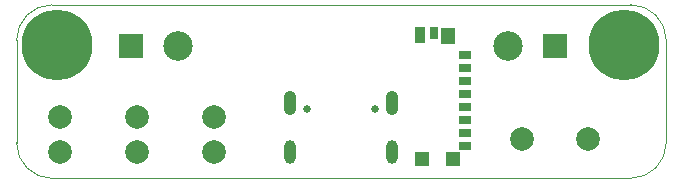
<source format=gbs>
G04 #@! TF.GenerationSoftware,KiCad,Pcbnew,(6.0.0)*
G04 #@! TF.CreationDate,2022-02-03T13:29:45+01:00*
G04 #@! TF.ProjectId,MinCab,4d696e43-6162-42e6-9b69-6361645f7063,rev?*
G04 #@! TF.SameCoordinates,Original*
G04 #@! TF.FileFunction,Soldermask,Bot*
G04 #@! TF.FilePolarity,Negative*
%FSLAX46Y46*%
G04 Gerber Fmt 4.6, Leading zero omitted, Abs format (unit mm)*
G04 Created by KiCad (PCBNEW (6.0.0)) date 2022-02-03 13:29:45*
%MOMM*%
%LPD*%
G01*
G04 APERTURE LIST*
G04 #@! TA.AperFunction,Profile*
%ADD10C,0.050000*%
G04 #@! TD*
%ADD11C,6.000000*%
%ADD12C,0.650000*%
%ADD13O,1.050000X2.100000*%
%ADD14O,1.000000X2.000000*%
%ADD15R,2.000000X2.000000*%
%ADD16C,2.000000*%
%ADD17C,2.500000*%
%ADD18R,1.200000X1.150000*%
%ADD19R,1.200000X1.450000*%
%ADD20R,0.700000X1.000000*%
%ADD21R,0.900000X1.400000*%
%ADD22R,1.000000X0.700000*%
G04 APERTURE END LIST*
D10*
X117300000Y-91200000D02*
G75*
G03*
X120300000Y-94200000I3000001J1D01*
G01*
X172300000Y-82500000D02*
X172300000Y-91200000D01*
X169300000Y-94200000D02*
X120300000Y-94200000D01*
X172300000Y-82500000D02*
G75*
G03*
X169300000Y-79500000I-3000001J-1D01*
G01*
X169300000Y-94200000D02*
G75*
G03*
X172300000Y-91200000I-1J3000001D01*
G01*
X120300000Y-79500000D02*
X169300000Y-79500000D01*
X120300000Y-79500000D02*
G75*
G03*
X117300000Y-82500000I1J-3000001D01*
G01*
X117300000Y-82500000D02*
X117300000Y-91200000D01*
D11*
X120750000Y-82950000D03*
X168750000Y-82950000D03*
D12*
X147690000Y-88320000D03*
X141910000Y-88320000D03*
D13*
X140480000Y-87820000D03*
D14*
X140480000Y-92000000D03*
X149120000Y-92000000D03*
D13*
X149120000Y-87820000D03*
D15*
X127000000Y-83000000D03*
D16*
X134000000Y-92000000D03*
X134000000Y-89000000D03*
X121000000Y-89000000D03*
X165700000Y-90900000D03*
D17*
X131000000Y-83000000D03*
D16*
X127500000Y-92000000D03*
D18*
X154240000Y-92525000D03*
X151650000Y-92525000D03*
D19*
X153800000Y-82125000D03*
D20*
X152650000Y-81900000D03*
D21*
X151500000Y-82100000D03*
D22*
X155290000Y-83750000D03*
X155290000Y-84850000D03*
X155290000Y-85950000D03*
X155290000Y-87050000D03*
X155290000Y-88150000D03*
X155290000Y-89250000D03*
X155290000Y-90350000D03*
X155290000Y-91450000D03*
D15*
X162910000Y-83000000D03*
D16*
X160100000Y-90900000D03*
X121000000Y-92000000D03*
D17*
X158940000Y-82980000D03*
D16*
X127500000Y-89000000D03*
M02*

</source>
